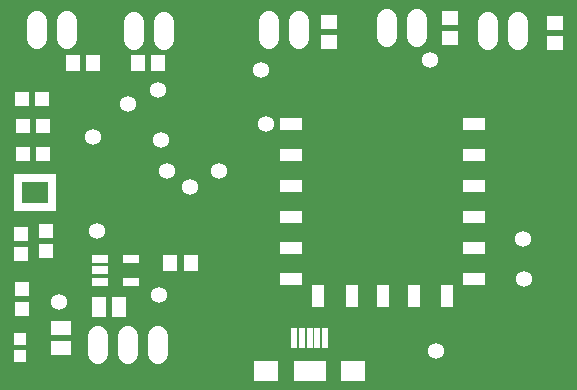
<source format=gbr>
G04 EAGLE Gerber RS-274X export*
G75*
%MOMM*%
%FSLAX34Y34*%
%LPD*%
%INSoldermask Top*%
%IPNEG*%
%AMOC8*
5,1,8,0,0,1.08239X$1,22.5*%
G01*
%ADD10R,1.203200X1.303200*%
%ADD11C,1.727200*%
%ADD12R,1.303200X1.203200*%
%ADD13R,1.651000X1.168400*%
%ADD14R,1.168400X1.651000*%
%ADD15R,0.603200X1.653200*%
%ADD16R,2.000000X1.700000*%
%ADD17R,2.700000X1.700000*%
%ADD18R,1.003200X1.003200*%
%ADD19R,1.208800X1.403197*%
%ADD20R,1.403197X1.208800*%
%ADD21R,1.981200X1.117600*%
%ADD22R,1.117600X1.981200*%
%ADD23R,0.473200X0.653200*%
%ADD24R,0.653200X0.473200*%
%ADD25R,1.403200X0.803200*%
%ADD26C,1.359600*%


D10*
X43100Y141400D03*
X43100Y124400D03*
D11*
X60250Y304130D02*
X60250Y319370D01*
X34850Y319370D02*
X34850Y304130D01*
X142600Y303030D02*
X142600Y318270D01*
X117200Y318270D02*
X117200Y303030D01*
X256600Y304280D02*
X256600Y319520D01*
X231200Y319520D02*
X231200Y304280D01*
X356850Y305530D02*
X356850Y320770D01*
X331450Y320770D02*
X331450Y305530D01*
X442100Y303030D02*
X442100Y318270D01*
X416700Y318270D02*
X416700Y303030D01*
X137600Y53020D02*
X137600Y37780D01*
X112200Y37780D02*
X112200Y53020D01*
X86800Y53020D02*
X86800Y37780D01*
D12*
X22550Y252900D03*
X39550Y252900D03*
X23450Y230400D03*
X40450Y230400D03*
X22850Y206400D03*
X39850Y206400D03*
D10*
X21500Y138900D03*
X21500Y121900D03*
D13*
X55600Y59005D03*
X55600Y42495D03*
D14*
X87595Y77000D03*
X104105Y77000D03*
D15*
X265850Y50550D03*
X259350Y50550D03*
X252850Y50550D03*
X272350Y50550D03*
X278850Y50550D03*
D16*
X229010Y23300D03*
X302690Y23300D03*
D17*
X265850Y23300D03*
D18*
X21050Y50500D03*
X21050Y35500D03*
D19*
X65372Y283700D03*
X82428Y283700D03*
X120622Y283700D03*
X137678Y283700D03*
D20*
X281900Y301422D03*
X281900Y318478D03*
X384650Y305172D03*
X384650Y322228D03*
X473850Y318028D03*
X473850Y300972D03*
D19*
X165128Y114500D03*
X148072Y114500D03*
D12*
X22000Y92200D03*
X22000Y75200D03*
D21*
X250350Y153500D03*
X250350Y206000D03*
X250350Y127250D03*
X250350Y179750D03*
X250350Y232250D03*
X250350Y101000D03*
X405350Y179750D03*
X405350Y153500D03*
X405350Y127250D03*
X405350Y206000D03*
X405350Y232250D03*
X405350Y101000D03*
D22*
X273350Y86500D03*
X301350Y86500D03*
X327850Y86500D03*
X354350Y86500D03*
X382350Y86500D03*
D23*
X48450Y162150D03*
D24*
X48150Y167950D03*
X48150Y172250D03*
X48150Y176550D03*
X48150Y180850D03*
D23*
X48450Y186650D03*
X44150Y186650D03*
X39850Y186650D03*
X35550Y186650D03*
X31250Y186650D03*
X26950Y186650D03*
X22650Y186650D03*
X18350Y186650D03*
D24*
X18650Y180850D03*
X18650Y176550D03*
X18650Y172250D03*
X18650Y167950D03*
D23*
X18350Y162150D03*
X22650Y162150D03*
X26950Y162150D03*
X31250Y162150D03*
X35550Y162150D03*
X39850Y162150D03*
X44150Y162150D03*
D25*
X114710Y117700D03*
X114710Y98700D03*
X88590Y117700D03*
X88590Y108200D03*
X88590Y98700D03*
D26*
X86250Y141250D03*
X228750Y232500D03*
X53750Y81250D03*
X138750Y87500D03*
X372500Y40000D03*
X140000Y218750D03*
X112500Y248750D03*
X446250Y135000D03*
X145000Y192500D03*
X367500Y286250D03*
X225000Y277500D03*
X447500Y101250D03*
X137500Y261250D03*
X188750Y192500D03*
X82500Y221250D03*
X165000Y178750D03*
M02*

</source>
